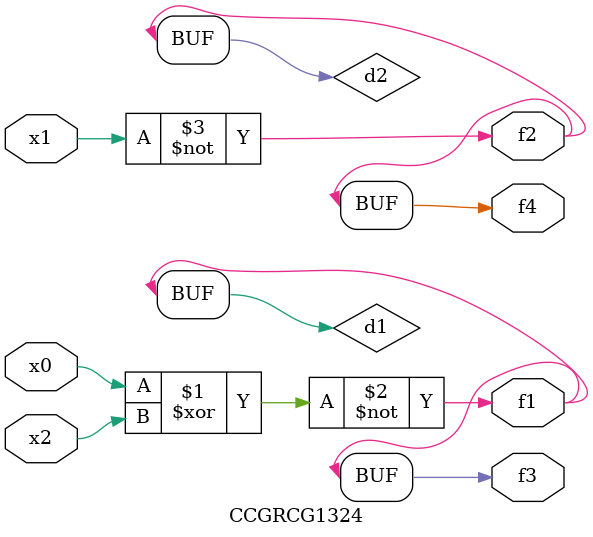
<source format=v>
module CCGRCG1324(
	input x0, x1, x2,
	output f1, f2, f3, f4
);

	wire d1, d2, d3;

	xnor (d1, x0, x2);
	nand (d2, x1);
	nor (d3, x1, x2);
	assign f1 = d1;
	assign f2 = d2;
	assign f3 = d1;
	assign f4 = d2;
endmodule

</source>
